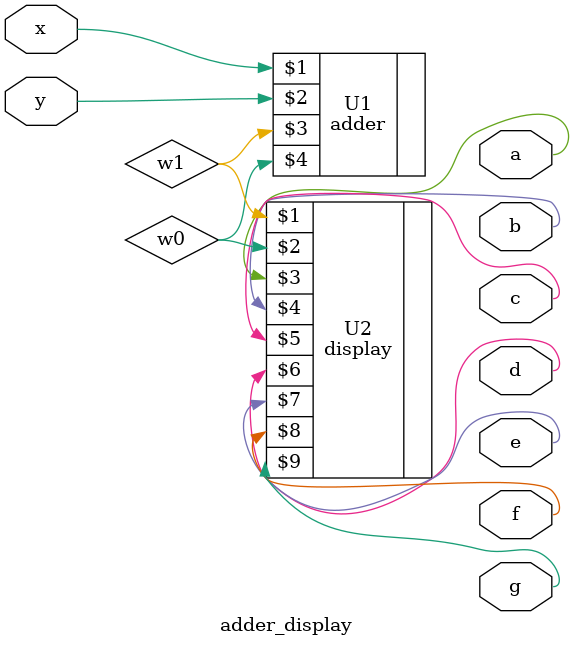
<source format=v>
module adder_display (x, y, a, b, c, d, e, f, g);
	input x, y;
	output a, b, c, d, e, f, g;
	wire w0, w1;

	adder U1 (x, y, w1, w0);
	display U2 (w1, w0, a, b, c, d, e, f, g);

endmodule
</source>
